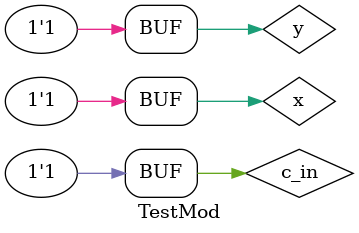
<source format=v>

module MajorityModule(x, y, c_in, c_out);

   input x, y, c_in;
   output c_out;

   wire [0:2] a_wire;

   and(a_wire[0], x, y);
   and(a_wire[1], x, c_in);
   and(a_wire[2], y, c_in);

   or(c_out, a_wire[0], a_wire[1], a_wire[2]);

endmodule



module ParityModule(x, y, c_in, sum);

   input x, y, c_in;
   output sum;

   wire x_y;

   xor(x_y, x, y);
   
   xor(sum, x_y, c_in);

endmodule


module FullAdder(x, y, c_in, c_out, sum);
  
   input x, y, c_in;
   output c_out, sum;

   MajorityModule my_mm (x, y, c_in, c_out);
   ParityModule my_pm (x, y, c_in, sum);

endmodule


module TestMod;

   reg x, y, c_in;
   wire c_out, sum;

   FullAdder my_adder(x, y, c_in, c_out, sum);

   initial begin
      $display("Cin\tX\tY\t->\tCout\tSum");
      $monitor("%b\t%b\t%b\t  \t%b\t%b", c_in, x, y, c_out, sum);
   end

   initial begin
      
      c_in = 0; x = 0; y = 0; #1; //0
      c_in = 0; x = 0; y = 1; #1; //1
      c_in = 0; x = 1; y = 0; #1; //2
      c_in = 0; x = 1; y = 1; #1; //3 
      c_in = 1; x = 0; y = 0; #1; //4
      c_in = 1; x = 0; y = 1; #1; //5
      c_in = 1; x = 1; y = 0; #1; //6
      c_in = 1; x = 1; y = 1; #1; //7

    end

endmodule

</source>
